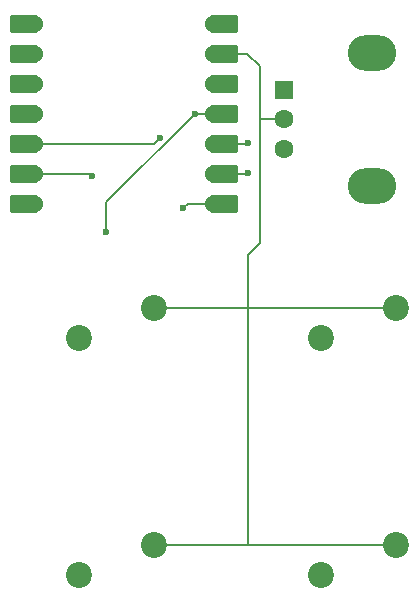
<source format=gbr>
%TF.GenerationSoftware,KiCad,Pcbnew,8.0.9*%
%TF.CreationDate,2025-02-20T23:26:21+01:00*%
%TF.ProjectId,untitled,756e7469-746c-4656-942e-6b696361645f,rev?*%
%TF.SameCoordinates,Original*%
%TF.FileFunction,Copper,L1,Top*%
%TF.FilePolarity,Positive*%
%FSLAX46Y46*%
G04 Gerber Fmt 4.6, Leading zero omitted, Abs format (unit mm)*
G04 Created by KiCad (PCBNEW 8.0.9) date 2025-02-20 23:26:21*
%MOMM*%
%LPD*%
G01*
G04 APERTURE LIST*
G04 Aperture macros list*
%AMRoundRect*
0 Rectangle with rounded corners*
0 $1 Rounding radius*
0 $2 $3 $4 $5 $6 $7 $8 $9 X,Y pos of 4 corners*
0 Add a 4 corners polygon primitive as box body*
4,1,4,$2,$3,$4,$5,$6,$7,$8,$9,$2,$3,0*
0 Add four circle primitives for the rounded corners*
1,1,$1+$1,$2,$3*
1,1,$1+$1,$4,$5*
1,1,$1+$1,$6,$7*
1,1,$1+$1,$8,$9*
0 Add four rect primitives between the rounded corners*
20,1,$1+$1,$2,$3,$4,$5,0*
20,1,$1+$1,$4,$5,$6,$7,0*
20,1,$1+$1,$6,$7,$8,$9,0*
20,1,$1+$1,$8,$9,$2,$3,0*%
G04 Aperture macros list end*
%TA.AperFunction,ComponentPad*%
%ADD10C,2.200000*%
%TD*%
%TA.AperFunction,ComponentPad*%
%ADD11RoundRect,0.250000X-0.550000X-0.550000X0.550000X-0.550000X0.550000X0.550000X-0.550000X0.550000X0*%
%TD*%
%TA.AperFunction,ComponentPad*%
%ADD12C,1.600000*%
%TD*%
%TA.AperFunction,ComponentPad*%
%ADD13O,4.100000X3.000000*%
%TD*%
%TA.AperFunction,SMDPad,CuDef*%
%ADD14RoundRect,0.152400X1.063600X0.609600X-1.063600X0.609600X-1.063600X-0.609600X1.063600X-0.609600X0*%
%TD*%
%TA.AperFunction,ComponentPad*%
%ADD15C,1.524000*%
%TD*%
%TA.AperFunction,SMDPad,CuDef*%
%ADD16RoundRect,0.152400X-1.063600X-0.609600X1.063600X-0.609600X1.063600X0.609600X-1.063600X0.609600X0*%
%TD*%
%TA.AperFunction,ViaPad*%
%ADD17C,0.600000*%
%TD*%
%TA.AperFunction,Conductor*%
%ADD18C,0.200000*%
%TD*%
G04 APERTURE END LIST*
D10*
%TO.P,REF\u002A\u002A,1*%
%TO.N,N/C*%
X173000000Y-96000000D03*
%TO.P,REF\u002A\u002A,2*%
X166650000Y-98540000D03*
%TD*%
%TO.P,REF\u002A\u002A,1*%
%TO.N,N/C*%
X152500000Y-96000000D03*
%TO.P,REF\u002A\u002A,2*%
X146150000Y-98540000D03*
%TD*%
%TO.P,REF\u002A\u002A,1*%
%TO.N,N/C*%
X173000000Y-76000000D03*
%TO.P,REF\u002A\u002A,2*%
X166650000Y-78540000D03*
%TD*%
D11*
%TO.P,REF\u002A\u002A,A*%
%TO.N,N/C*%
X163500000Y-57500000D03*
D12*
%TO.P,REF\u002A\u002A,B*%
X163500000Y-62500000D03*
%TO.P,REF\u002A\u002A,C*%
X163500000Y-60000000D03*
D13*
%TO.P,REF\u002A\u002A,SH*%
X171000000Y-54400000D03*
X171000000Y-65600000D03*
%TD*%
D14*
%TO.P,REF\u002A\u002A,1*%
%TO.N,N/C*%
X141545000Y-51880000D03*
D15*
X142380000Y-51880000D03*
D14*
%TO.P,REF\u002A\u002A,2*%
X141545000Y-54420000D03*
D15*
X142380000Y-54420000D03*
D14*
%TO.P,REF\u002A\u002A,3*%
X141545000Y-56960000D03*
D15*
X142380000Y-56960000D03*
D14*
%TO.P,REF\u002A\u002A,4*%
X141545000Y-59500000D03*
D15*
X142380000Y-59500000D03*
D14*
%TO.P,REF\u002A\u002A,5*%
X141545000Y-62040000D03*
D15*
X142380000Y-62040000D03*
D14*
%TO.P,REF\u002A\u002A,6*%
X141545000Y-64580000D03*
D15*
X142380000Y-64580000D03*
D14*
%TO.P,REF\u002A\u002A,7*%
X141545000Y-67120000D03*
D15*
X142380000Y-67120000D03*
%TO.P,REF\u002A\u002A,8*%
X157620000Y-67120000D03*
D16*
X158455000Y-67120000D03*
D15*
%TO.P,REF\u002A\u002A,9*%
X157620000Y-64580000D03*
D16*
X158455000Y-64580000D03*
D15*
%TO.P,REF\u002A\u002A,10*%
X157620000Y-62040000D03*
D16*
X158455000Y-62040000D03*
D15*
%TO.P,REF\u002A\u002A,11*%
X157620000Y-59500000D03*
D16*
X158455000Y-59500000D03*
D15*
%TO.P,REF\u002A\u002A,12*%
X157620000Y-56960000D03*
D16*
X158455000Y-56960000D03*
D15*
%TO.P,REF\u002A\u002A,13*%
X157620000Y-54420000D03*
D16*
X158455000Y-54420000D03*
D15*
%TO.P,REF\u002A\u002A,14*%
X157620000Y-51880000D03*
D16*
X158455000Y-51880000D03*
%TD*%
D10*
%TO.P,REF\u002A\u002A,1*%
%TO.N,N/C*%
X152500000Y-76000000D03*
%TO.P,REF\u002A\u002A,2*%
X146150000Y-78540000D03*
%TD*%
D17*
%TO.N,*%
X153000000Y-61600000D03*
X147250000Y-64750000D03*
X148500000Y-69500000D03*
X148500000Y-69500000D03*
X156000000Y-59500000D03*
X160500000Y-62000000D03*
X160500000Y-64500000D03*
X160500000Y-64500000D03*
X155000000Y-67500000D03*
%TD*%
D18*
%TO.N,*%
X173000000Y-96000000D02*
X160500000Y-96000000D01*
X160500000Y-96000000D02*
X152500000Y-96000000D01*
X160500000Y-76000000D02*
X160500000Y-96000000D01*
X173000000Y-76000000D02*
X160500000Y-76000000D01*
X160500000Y-71500000D02*
X160500000Y-76000000D01*
X152500000Y-76000000D02*
X160500000Y-76000000D01*
X161500000Y-60000000D02*
X161500000Y-70500000D01*
X161500000Y-70500000D02*
X160500000Y-71500000D01*
X161500000Y-55500000D02*
X161500000Y-60000000D01*
X163500000Y-60000000D02*
X161500000Y-60000000D01*
X153000000Y-61600000D02*
X152560000Y-62040000D01*
X152560000Y-62040000D02*
X142380000Y-62040000D01*
X147250000Y-64750000D02*
X147080000Y-64580000D01*
X147080000Y-64580000D02*
X142380000Y-64580000D01*
X148500000Y-69500000D02*
X148500000Y-67000000D01*
X148500000Y-67000000D02*
X156000000Y-59500000D01*
X158455000Y-67120000D02*
X157620000Y-67120000D01*
X158455000Y-64580000D02*
X157620000Y-64580000D01*
X158455000Y-62040000D02*
X157620000Y-62040000D01*
X156000000Y-59500000D02*
X157620000Y-59500000D01*
X160500000Y-62000000D02*
X160460000Y-62040000D01*
X160460000Y-62040000D02*
X158455000Y-62040000D01*
X160500000Y-64500000D02*
X160420000Y-64580000D01*
X160420000Y-64580000D02*
X158455000Y-64580000D01*
X155000000Y-67500000D02*
X155380000Y-67120000D01*
X155380000Y-67120000D02*
X158455000Y-67120000D01*
X160420000Y-54420000D02*
X161500000Y-55500000D01*
X157620000Y-54420000D02*
X160420000Y-54420000D01*
%TD*%
M02*

</source>
